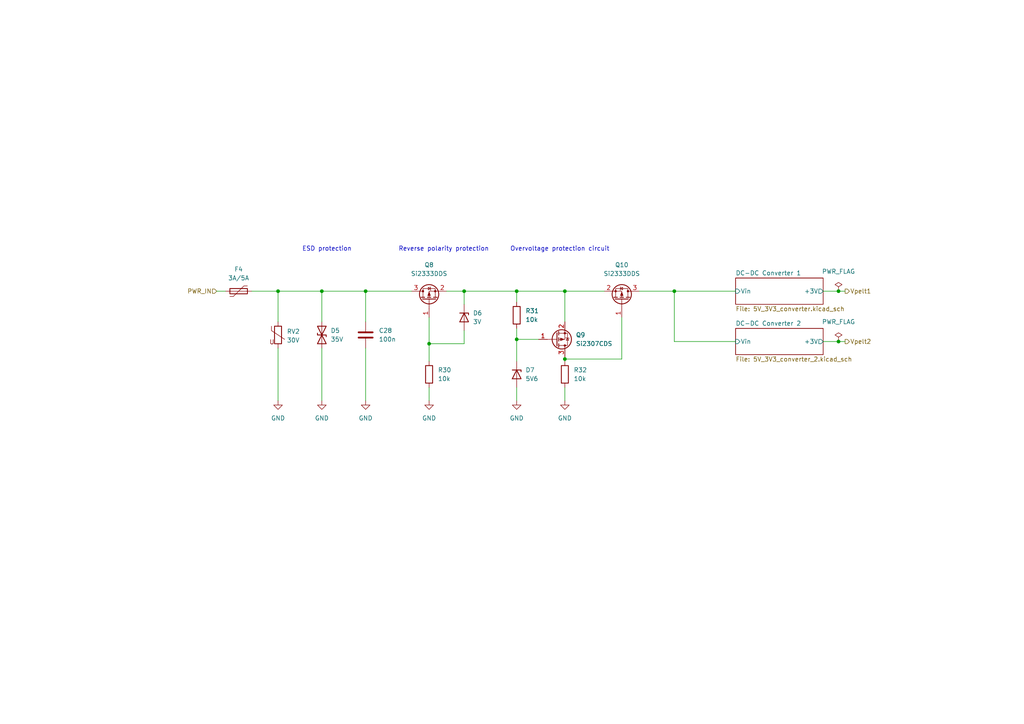
<source format=kicad_sch>
(kicad_sch (version 20211123) (generator eeschema)
  (paper "A4")
  (lib_symbols
    (symbol "Device:C" (pin_numbers hide) (pin_names (offset 0.254))
      (property "Reference" "C" (at 0.635 2.54 0))
      (property "Value" "C" (at 0.635 -2.54 0))
      (symbol "C_0_1"
        (polyline (pts (xy -2.032 -0.762) (xy 2.032 -0.762)) (stroke (width 0.508)))
        (polyline (pts (xy -2.032 0.762) (xy 2.032 0.762)) (stroke (width 0.508)))
      )
      (symbol "C_1_1"
        (pin passive line (at 0 3.81 270) (length 2.794) (name "~") (number "1"))
        (pin passive line (at 0 -3.81 90) (length 2.794) (name "~") (number "2"))
      )
    )
    (symbol "Device:D_TVS" (pin_numbers hide) (pin_names (offset 1.016) hide)
      (property "Reference" "D" (at 0 2.54 0))
      (property "Value" "D_TVS" (at 0 -2.54 0))
      (symbol "D_TVS_0_1"
        (polyline (pts (xy 1.27 0) (xy -1.27 0)))
        (polyline (pts (xy 0.508 1.27) (xy 0 1.27) (xy 0 -1.27) (xy -0.508 -1.27)) (stroke (width 0.254)))
        (polyline (pts (xy -2.54 1.27) (xy -2.54 -1.27) (xy 2.54 1.27) (xy 2.54 -1.27) (xy -2.54 1.27)) (stroke (width 0.254)))
      )
      (symbol "D_TVS_1_1"
        (pin passive line (at -3.81 0 0) (length 2.54) (name "A1") (number "1"))
        (pin passive line (at 3.81 0 180) (length 2.54) (name "A2") (number "2"))
      )
    )
    (symbol "Device:D_Zener" (pin_numbers hide) (pin_names (offset 1.016) hide)
      (property "Reference" "D" (at 0 2.54 0))
      (property "Value" "D_Zener" (at 0 -2.54 0))
      (symbol "D_Zener_0_1"
        (polyline (pts (xy 1.27 0) (xy -1.27 0)))
        (polyline (pts (xy -1.27 -1.27) (xy -1.27 1.27) (xy -0.762 1.27)) (stroke (width 0.254)))
        (polyline (pts (xy 1.27 -1.27) (xy 1.27 1.27) (xy -1.27 0) (xy 1.27 -1.27)) (stroke (width 0.254)))
      )
      (symbol "D_Zener_1_1"
        (pin passive line (at -3.81 0 0) (length 2.54) (name "K") (number "1"))
        (pin passive line (at 3.81 0 180) (length 2.54) (name "A") (number "2"))
      )
    )
    (symbol "Device:Polyfuse" (pin_numbers hide) (pin_names (offset 0))
      (property "Reference" "F" (at -2.54 0 90))
      (property "Value" "Polyfuse" (at 2.54 0 90))
      (symbol "Polyfuse_0_1"
        (rectangle (start -0.762 2.54) (end 0.762 -2.54) (stroke (width 0.254)))
        (polyline (pts (xy 0 2.54) (xy 0 -2.54)))
        (polyline (pts (xy -1.524 2.54) (xy -1.524 1.524) (xy 1.524 -1.524) (xy 1.524 -2.54)))
      )
      (symbol "Polyfuse_1_1"
        (pin passive line (at 0 3.81 270) (length 1.27) (name "~") (number "1"))
        (pin passive line (at 0 -3.81 90) (length 1.27) (name "~") (number "2"))
      )
    )
    (symbol "Device:Q_PMOS_GSD" (pin_names (offset 0) hide)
      (property "Reference" "Q" (at 5.08 1.27 0))
      (property "Value" "Q_PMOS_GSD" (at 5.08 -1.27 0))
      (symbol "Q_PMOS_GSD_0_1"
        (polyline (pts (xy 0.254 0) (xy -2.54 0)))
        (polyline (pts (xy 0.254 1.905) (xy 0.254 -1.905)) (stroke (width 0.254)))
        (polyline (pts (xy 0.762 -1.27) (xy 0.762 -2.286)) (stroke (width 0.254)))
        (polyline (pts (xy 0.762 0.508) (xy 0.762 -0.508)) (stroke (width 0.254)))
        (polyline (pts (xy 0.762 2.286) (xy 0.762 1.27)) (stroke (width 0.254)))
        (polyline (pts (xy 2.54 2.54) (xy 2.54 1.778)))
        (polyline (pts (xy 2.54 -2.54) (xy 2.54 0) (xy 0.762 0)))
        (polyline (pts (xy 0.762 1.778) (xy 3.302 1.778) (xy 3.302 -1.778) (xy 0.762 -1.778)))
        (polyline (pts (xy 2.286 0) (xy 1.27 0.381) (xy 1.27 -0.381) (xy 2.286 0)) (fill (type outline)))
        (polyline (pts (xy 2.794 -0.508) (xy 2.921 -0.381) (xy 3.683 -0.381) (xy 3.81 -0.254)))
        (polyline (pts (xy 3.302 -0.381) (xy 2.921 0.254) (xy 3.683 0.254) (xy 3.302 -0.381)))
        (circle (center 1.651 0) (radius 2.794) (stroke (width 0.254)))
        (circle (center 2.54 -1.778) (radius 0.254) (fill (type outline)))
        (circle (center 2.54 1.778) (radius 0.254) (fill (type outline)))
      )
      (symbol "Q_PMOS_GSD_1_1"
        (pin input line (at -5.08 0 0) (length 2.54) (name "G") (number "1"))
        (pin passive line (at 2.54 -5.08 90) (length 2.54) (name "S") (number "2"))
        (pin passive line (at 2.54 5.08 270) (length 2.54) (name "D") (number "3"))
      )
    )
    (symbol "Device:R" (pin_numbers hide) (pin_names (offset 0))
      (property "Reference" "R" (at 2.032 0 90))
      (property "Value" "R" (at 0 0 90))
      (symbol "R_0_1"
        (rectangle (start -1.016 -2.54) (end 1.016 2.54) (stroke (width 0.254)))
      )
      (symbol "R_1_1"
        (pin passive line (at 0 3.81 270) (length 1.27) (name "~") (number "1"))
        (pin passive line (at 0 -3.81 90) (length 1.27) (name "~") (number "2"))
      )
    )
    (symbol "Device:Varistor" (pin_numbers hide) (pin_names (offset 0))
      (property "Reference" "RV" (at 3.175 0 90))
      (property "Value" "Varistor" (at -3.175 0 90))
      (symbol "Varistor_0_0"
        (text "U" (at -1.778 -2.032 0) (effects (font (size 1.27 1.27))))
      )
      (symbol "Varistor_0_1"
        (rectangle (start -1.016 -2.54) (end 1.016 2.54) (stroke (width 0.254)))
        (polyline (pts (xy -1.905 2.54) (xy -1.905 1.27) (xy 1.905 -1.27)))
      )
      (symbol "Varistor_1_1"
        (pin passive line (at 0 3.81 270) (length 1.27) (name "~") (number "1"))
        (pin passive line (at 0 -3.81 90) (length 1.27) (name "~") (number "2"))
      )
    )
    (symbol "power:GND" (power) (pin_names (offset 0))
      (property "Value" "GND" (at 0 -3.81 0))
      (symbol "GND_0_1"
        (polyline (pts (xy 0 0) (xy 0 -1.27) (xy 1.27 -1.27) (xy 0 -2.54) (xy -1.27 -1.27) (xy 0 -1.27)))
      )
      (symbol "GND_1_1"
        (pin power_in line (at 0 0 270) (length 0) hide (name "GND") (number "1"))
      )
    )
    (symbol "power:PWR_FLAG" (power) (pin_numbers hide) (pin_names (offset 0) hide)
      (property "Value" "PWR_FLAG" (at 0 3.81 0))
      (symbol "PWR_FLAG_0_0"
        (pin power_out line (at 0 0 90) (length 0) (name "pwr") (number "1"))
      )
      (symbol "PWR_FLAG_0_1"
        (polyline (pts (xy 0 0) (xy 0 1.27) (xy -1.016 1.905) (xy 0 2.54) (xy 1.016 1.905) (xy 0 1.27)))
      )
    )
  )
  (junction (at 149.86 84.455))
  (junction (at 163.83 104.14))
  (junction (at 149.86 98.425))
  (junction (at 124.46 99.695))
  (junction (at 134.62 84.455))
  (junction (at 93.345 84.455))
  (junction (at 243.205 84.455))
  (junction (at 195.58 84.455))
  (junction (at 163.83 84.455))
  (junction (at 106.045 84.455))
  (junction (at 80.645 84.455))
  (junction (at 243.205 99.06))
  (wire (pts (xy 106.045 84.455) (xy 119.38 84.455)))
  (wire (pts (xy 124.46 92.075) (xy 124.46 99.695)))
  (wire (pts (xy 149.86 84.455) (xy 163.83 84.455)))
  (wire (pts (xy 180.34 104.14) (xy 163.83 104.14)))
  (wire (pts (xy 238.76 99.06) (xy 243.205 99.06)))
  (wire (pts (xy 163.83 104.14) (xy 163.83 104.775)))
  (wire (pts (xy 80.645 100.965) (xy 80.645 116.205)))
  (wire (pts (xy 163.83 84.455) (xy 163.83 93.345)))
  (wire (pts (xy 106.045 100.965) (xy 106.045 116.205)))
  (wire (pts (xy 149.86 112.395) (xy 149.86 116.205)))
  (wire (pts (xy 149.86 95.25) (xy 149.86 98.425)))
  (wire (pts (xy 124.46 99.695) (xy 134.62 99.695)))
  (wire (pts (xy 73.025 84.455) (xy 80.645 84.455)))
  (wire (pts (xy 243.205 99.06) (xy 245.11 99.06)))
  (wire (pts (xy 93.345 100.965) (xy 93.345 116.205)))
  (wire (pts (xy 195.58 84.455) (xy 195.58 99.06)))
  (wire (pts (xy 134.62 84.455) (xy 134.62 88.265)))
  (wire (pts (xy 185.42 84.455) (xy 195.58 84.455)))
  (wire (pts (xy 238.76 84.455) (xy 243.205 84.455)))
  (wire (pts (xy 80.645 84.455) (xy 80.645 93.345)))
  (wire (pts (xy 213.36 99.06) (xy 195.58 99.06)))
  (wire (pts (xy 163.83 112.395) (xy 163.83 116.205)))
  (wire (pts (xy 93.345 84.455) (xy 93.345 93.345)))
  (wire (pts (xy 93.345 84.455) (xy 106.045 84.455)))
  (wire (pts (xy 149.86 84.455) (xy 134.62 84.455)))
  (wire (pts (xy 80.645 84.455) (xy 93.345 84.455)))
  (wire (pts (xy 149.86 98.425) (xy 149.86 104.775)))
  (wire (pts (xy 134.62 99.695) (xy 134.62 95.885)))
  (wire (pts (xy 129.54 84.455) (xy 134.62 84.455)))
  (wire (pts (xy 124.46 112.395) (xy 124.46 116.205)))
  (wire (pts (xy 163.83 103.505) (xy 163.83 104.14)))
  (wire (pts (xy 213.36 84.455) (xy 195.58 84.455)))
  (wire (pts (xy 243.205 84.455) (xy 245.11 84.455)))
  (wire (pts (xy 124.46 99.695) (xy 124.46 104.775)))
  (wire (pts (xy 62.865 84.455) (xy 65.405 84.455)))
  (wire (pts (xy 180.34 92.075) (xy 180.34 104.14)))
  (wire (pts (xy 106.045 84.455) (xy 106.045 93.345)))
  (wire (pts (xy 163.83 84.455) (xy 175.26 84.455)))
  (wire (pts (xy 149.86 87.63) (xy 149.86 84.455)))
  (wire (pts (xy 149.86 98.425) (xy 156.21 98.425)))
  (text "ESD protection" (at 87.63 73.025 0) (effects (font (size 1.27 1.27)) (justify left bottom)))
  (text "Reverse polarity protection" (at 115.57 73.025 0) (effects (font (size 1.27 1.27)) (justify left bottom)))
  (text "Overvoltage protection circuit" (at 147.955 73.025 0) (effects (font (size 1.27 1.27)) (justify left bottom)))
  (hierarchical_label "PWR_IN" (shape input) (at 62.865 84.455 180))
  (hierarchical_label "Vpelt2" (shape output) (at 245.11 99.06 0))
  (hierarchical_label "Vpelt1" (shape output) (at 245.11 84.455 0))
  (symbol (lib_id "power:GND") (at 163.83 116.205 0) (unit 1)
    (property "Reference" "#PWR084" (effects hide))
    (property "Value" "GND" (at 163.83 121.285 0))
  )
  (symbol (lib_id "Device:Polyfuse") (at 69.215 84.455 90) (unit 1)
    (property "Reference" "F4" (at 69.215 78.105 90))
    (property "Value" "3A/5A" (at 69.215 80.645 90))
    (property "Footprint" "Fuse:Fuse_2920_7451Metric_Pad2.10x5.45mm_HandSolder" (effects hide))
    (property "Mouser" "652-MF-LSMF500/16X-2" (effects hide))
  )
  (symbol (lib_id "power:GND") (at 93.345 116.205 0) (unit 1)
    (property "Reference" "#PWR080" (effects hide))
    (property "Value" "GND" (at 93.345 121.285 0))
  )
  (symbol (lib_id "power:GND") (at 149.86 116.205 0) (unit 1)
    (property "Reference" "#PWR083" (effects hide))
    (property "Value" "GND" (at 149.86 121.285 0))
  )
  (symbol (lib_id "Device:R") (at 149.86 91.44 0) (unit 1)
    (property "Reference" "R31" (at 152.4 90.1699 0) (effects (justify left)))
    (property "Value" "10k" (at 152.4 92.7099 0) (effects (justify left)))
    (property "Footprint" "Resistor_SMD:R_0805_2012Metric_Pad1.20x1.40mm_HandSolder" (effects hide))
    (property "Lomex" "80-54-49" (effects hide))
  )
  (symbol (lib_id "Device:D_Zener") (at 149.86 108.585 270) (unit 1)
    (property "Reference" "D7" (at 152.4 107.3149 90) (effects (justify left)))
    (property "Value" "5V6" (at 152.4 109.8549 90) (effects (justify left)))
    (property "Footprint" "Diode_SMD:D_MiniMELF_Handsoldering" (effects hide))
    (property "Lomex" "85-02-01" (effects hide))
  )
  (symbol (lib_id "Device:Q_PMOS_GSD") (at 180.34 86.995 270) (mirror x) (unit 1)
    (property "Reference" "Q10" (at 180.34 76.835 90))
    (property "Value" "Si2333DDS" (at 180.34 79.375 90))
    (property "Footprint" "Package_TO_SOT_SMD:SOT-23_Handsoldering" (effects hide))
    (property "Mouser" "78-SI2333DDS-T1-BE3" (effects hide))
  )
  (symbol (lib_id "power:GND") (at 80.645 116.205 0) (unit 1)
    (property "Reference" "#PWR079" (effects hide))
    (property "Value" "GND" (at 80.645 121.285 0))
  )
  (symbol (lib_id "power:PWR_FLAG") (at 243.205 99.06 0) (unit 1)
    (property "Reference" "#FLG04" (effects hide))
    (property "Value" "PWR_FLAG" (at 243.205 93.345 0))
  )
  (symbol (lib_id "Device:Q_PMOS_GSD") (at 161.29 98.425 0) (mirror x) (unit 1)
    (property "Reference" "Q9" (at 167.005 97.1549 0) (effects (justify left)))
    (property "Value" "Si2307CDS" (at 167.005 99.6949 0) (effects (justify left)))
    (property "Footprint" "Package_TO_SOT_SMD:SOT-23_Handsoldering" (effects hide))
    (property "Lomex" "86-03-40" (effects hide))
  )
  (symbol (lib_id "power:PWR_FLAG") (at 243.205 84.455 0) (unit 1)
    (property "Reference" "#FLG03" (effects hide))
    (property "Value" "PWR_FLAG" (at 243.205 78.74 0))
  )
  (symbol (lib_id "Device:D_TVS") (at 93.345 97.155 90) (unit 1)
    (property "Reference" "D5" (at 95.885 95.8849 90) (effects (justify right)))
    (property "Value" "35V" (at 95.885 98.4249 90) (effects (justify right)))
    (property "Footprint" "Diode_SMD:D_SMB" (effects hide))
    (property "Lomex" "96-03-92" (effects hide))
    (property "MinBreakDown" "33.3V" (effects hide))
    (property "MaxBreakDown" "36.8V" (effects hide))
  )
  (symbol (lib_id "Device:R") (at 163.83 108.585 0) (unit 1)
    (property "Reference" "R32" (at 166.37 107.3149 0) (effects (justify left)))
    (property "Value" "10k" (at 166.37 109.8549 0) (effects (justify left)))
    (property "Footprint" "Resistor_SMD:R_0805_2012Metric_Pad1.20x1.40mm_HandSolder" (effects hide))
    (property "Lomex" "80-54-49" (effects hide))
  )
  (symbol (lib_id "Device:C") (at 106.045 97.155 0) (mirror y) (unit 1)
    (property "Reference" "C28" (at 109.855 95.8849 0) (effects (justify right)))
    (property "Value" "100n" (at 109.855 98.425 0) (effects (justify right)))
    (property "Footprint" "Capacitor_SMD:C_0805_2012Metric_Pad1.18x1.45mm_HandSolder" (effects hide))
    (property "Type" "Ceramic" (effects hide))
    (property "Lomex" "82-13-46" (effects hide))
  )
  (symbol (lib_id "power:GND") (at 124.46 116.205 0) (unit 1)
    (property "Reference" "#PWR082" (effects hide))
    (property "Value" "GND" (at 124.46 121.285 0))
  )
  (symbol (lib_id "Device:R") (at 124.46 108.585 0) (unit 1)
    (property "Reference" "R30" (at 127 107.3149 0) (effects (justify left)))
    (property "Value" "10k" (at 127 109.8549 0) (effects (justify left)))
    (property "Footprint" "Resistor_SMD:R_0805_2012Metric_Pad1.20x1.40mm_HandSolder" (effects hide))
    (property "Lomex" "80-54-49" (effects hide))
  )
  (symbol (lib_id "Device:Varistor") (at 80.645 97.155 0) (unit 1)
    (property "Reference" "RV2" (at 83.185 96.1381 0) (effects (justify left)))
    (property "Value" "30V" (at 83.185 98.6781 0) (effects (justify left)))
    (property "Footprint" "Resistor_SMD:R_1206_3216Metric_Pad1.30x1.75mm_HandSolder" (effects hide))
    (property "Lomex" "60-01-53" (effects hide))
  )
  (symbol (lib_id "Device:Q_PMOS_GSD") (at 124.46 86.995 90) (unit 1)
    (property "Reference" "Q8" (at 124.46 76.835 90))
    (property "Value" "Si2333DDS" (at 124.46 79.375 90))
    (property "Footprint" "Package_TO_SOT_SMD:SOT-23_Handsoldering" (effects hide))
    (property "Mouser" "78-SI2333DDS-T1-BE3" (effects hide))
  )
  (symbol (lib_id "power:GND") (at 106.045 116.205 0) (unit 1)
    (property "Reference" "#PWR081" (effects hide))
    (property "Value" "GND" (at 106.045 121.285 0))
  )
  (symbol (lib_id "Device:D_Zener") (at 134.62 92.075 270) (unit 1)
    (property "Reference" "D6" (at 137.16 90.8049 90) (effects (justify left)))
    (property "Value" "3V" (at 137.16 93.3449 90) (effects (justify left)))
    (property "Footprint" "Diode_SMD:D_MiniMELF_Handsoldering" (effects hide))
    (property "Lomex" "85-00-96" (effects hide))
  )
  (sheet (at 213.36 95.25) (size 25.4 7.62) (stroke (width 0.1524))
    (property "Sheet name" "DC-DC Converter 2" (at 213.36 94.5384 0) (effects (justify left bottom)))
    (property "Sheet file" "5V_3V3_converter_2.kicad_sch" (at 213.36 103.4546 0) (effects (justify left top)))
    (pin "Vin" input (at 213.36 99.06 180))
    (pin "+3V" output (at 238.76 99.06 0))
  )
  (sheet (at 213.36 80.645) (size 25.4 7.62) (stroke (width 0.1524))
    (property "Sheet name" "DC-DC Converter 1" (at 213.36 79.9334 0) (effects (justify left bottom)))
    (property "Sheet file" "5V_3V3_converter.kicad_sch" (at 213.36 88.8496 0) (effects (justify left top)))
    (pin "+3V" output (at 238.76 84.455 0))
    (pin "Vin" input (at 213.36 84.455 180))
  )
)
</source>
